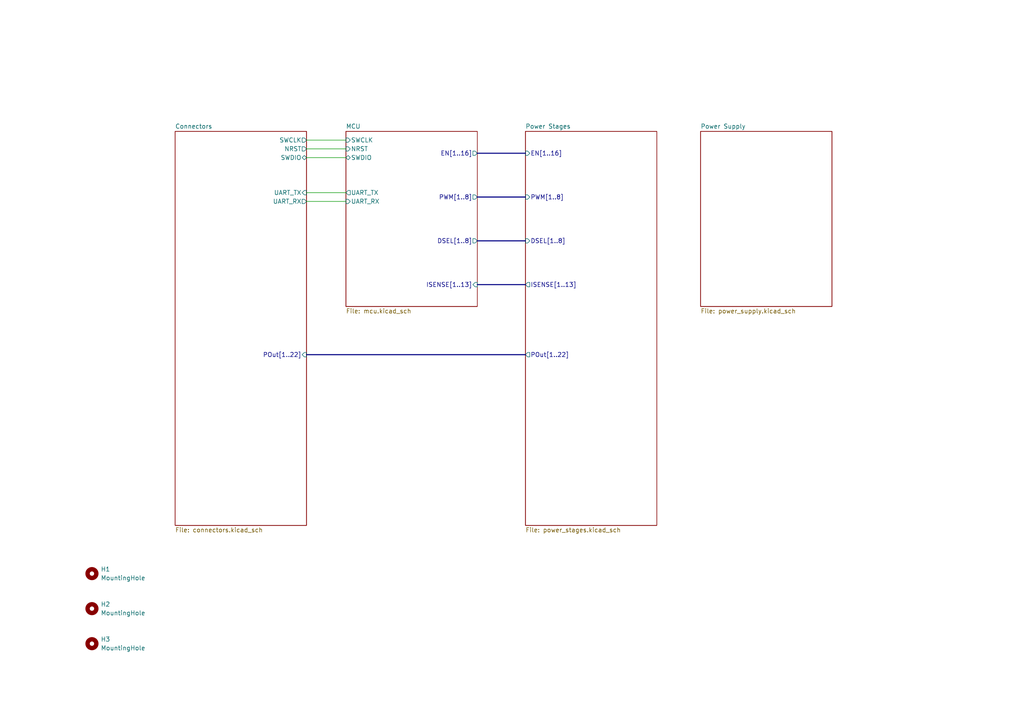
<source format=kicad_sch>
(kicad_sch
	(version 20231120)
	(generator "eeschema")
	(generator_version "8.0")
	(uuid "cba93115-b7ba-40c8-a438-b74eea4adf4d")
	(paper "A4")
	(title_block
		(title "PDU FT24")
		(company "Nived Jayaprakash Nambiar ")
		(comment 1 "FasTTUBe Electronics")
	)
	(lib_symbols
		(symbol "Mechanical:MountingHole"
			(pin_names
				(offset 1.016)
			)
			(exclude_from_sim no)
			(in_bom yes)
			(on_board yes)
			(property "Reference" "H"
				(at 0 5.08 0)
				(effects
					(font
						(size 1.27 1.27)
					)
				)
			)
			(property "Value" "MountingHole"
				(at 0 3.175 0)
				(effects
					(font
						(size 1.27 1.27)
					)
				)
			)
			(property "Footprint" ""
				(at 0 0 0)
				(effects
					(font
						(size 1.27 1.27)
					)
					(hide yes)
				)
			)
			(property "Datasheet" "~"
				(at 0 0 0)
				(effects
					(font
						(size 1.27 1.27)
					)
					(hide yes)
				)
			)
			(property "Description" "Mounting Hole without connection"
				(at 0 0 0)
				(effects
					(font
						(size 1.27 1.27)
					)
					(hide yes)
				)
			)
			(property "ki_keywords" "mounting hole"
				(at 0 0 0)
				(effects
					(font
						(size 1.27 1.27)
					)
					(hide yes)
				)
			)
			(property "ki_fp_filters" "MountingHole*"
				(at 0 0 0)
				(effects
					(font
						(size 1.27 1.27)
					)
					(hide yes)
				)
			)
			(symbol "MountingHole_0_1"
				(circle
					(center 0 0)
					(radius 1.27)
					(stroke
						(width 1.27)
						(type default)
					)
					(fill
						(type none)
					)
				)
			)
		)
	)
	(bus
		(pts
			(xy 138.43 69.85) (xy 152.4 69.85)
		)
		(stroke
			(width 0)
			(type default)
		)
		(uuid "063a10a9-9576-4a89-b6d1-9403bae46512")
	)
	(bus
		(pts
			(xy 138.43 82.55) (xy 152.4 82.55)
		)
		(stroke
			(width 0)
			(type default)
		)
		(uuid "435cab56-4214-4e50-8959-b9ca2bee5006")
	)
	(bus
		(pts
			(xy 138.43 57.15) (xy 152.4 57.15)
		)
		(stroke
			(width 0)
			(type default)
		)
		(uuid "473b7389-24bc-485b-b4dd-b4daa33815e1")
	)
	(wire
		(pts
			(xy 88.9 40.64) (xy 100.33 40.64)
		)
		(stroke
			(width 0)
			(type default)
		)
		(uuid "507f7f3e-fd65-422f-aaf1-c34c7b7a5b87")
	)
	(wire
		(pts
			(xy 88.9 58.42) (xy 100.33 58.42)
		)
		(stroke
			(width 0)
			(type default)
		)
		(uuid "51ff8d03-5b48-4fa0-ba11-86a1465ca559")
	)
	(wire
		(pts
			(xy 100.33 43.18) (xy 88.9 43.18)
		)
		(stroke
			(width 0)
			(type default)
		)
		(uuid "5471687a-1f29-4dab-9e46-11bfa236c946")
	)
	(wire
		(pts
			(xy 88.9 55.88) (xy 100.33 55.88)
		)
		(stroke
			(width 0)
			(type default)
		)
		(uuid "63acda78-d690-45fc-a69a-127e402f267b")
	)
	(bus
		(pts
			(xy 138.43 44.45) (xy 152.4 44.45)
		)
		(stroke
			(width 0)
			(type default)
		)
		(uuid "6eff34a7-f348-4322-82e2-e9895729b192")
	)
	(bus
		(pts
			(xy 88.9 102.87) (xy 152.4 102.87)
		)
		(stroke
			(width 0)
			(type default)
		)
		(uuid "b45712e3-77fe-4719-90ea-d2b5be12a235")
	)
	(wire
		(pts
			(xy 88.9 45.72) (xy 100.33 45.72)
		)
		(stroke
			(width 0)
			(type default)
		)
		(uuid "d58e6e9e-2d3f-4ad2-97a9-211c47761e7b")
	)
	(symbol
		(lib_id "Mechanical:MountingHole")
		(at 26.67 176.53 0)
		(unit 1)
		(exclude_from_sim no)
		(in_bom yes)
		(on_board yes)
		(dnp no)
		(fields_autoplaced yes)
		(uuid "6929e1c0-a923-492c-8fc4-6d825ce6e5ae")
		(property "Reference" "H2"
			(at 29.21 175.2599 0)
			(effects
				(font
					(size 1.27 1.27)
				)
				(justify left)
			)
		)
		(property "Value" "MountingHole"
			(at 29.21 177.7999 0)
			(effects
				(font
					(size 1.27 1.27)
				)
				(justify left)
			)
		)
		(property "Footprint" "MountingHole:MountingHole_4.3mm_M4"
			(at 26.67 176.53 0)
			(effects
				(font
					(size 1.27 1.27)
				)
				(hide yes)
			)
		)
		(property "Datasheet" "~"
			(at 26.67 176.53 0)
			(effects
				(font
					(size 1.27 1.27)
				)
				(hide yes)
			)
		)
		(property "Description" ""
			(at 26.67 176.53 0)
			(effects
				(font
					(size 1.27 1.27)
				)
				(hide yes)
			)
		)
		(instances
			(project "PDU FT24"
				(path "/cba93115-b7ba-40c8-a438-b74eea4adf4d"
					(reference "H2")
					(unit 1)
				)
			)
			(project "PDU_v2"
				(path "/fbc58130-b049-4762-872e-e695cf541692"
					(reference "H2")
					(unit 1)
				)
			)
		)
	)
	(symbol
		(lib_id "Mechanical:MountingHole")
		(at 26.67 186.69 0)
		(unit 1)
		(exclude_from_sim no)
		(in_bom yes)
		(on_board yes)
		(dnp no)
		(fields_autoplaced yes)
		(uuid "ab319ca1-5116-41a4-93e0-7072ffb30b25")
		(property "Reference" "H3"
			(at 29.21 185.4199 0)
			(effects
				(font
					(size 1.27 1.27)
				)
				(justify left)
			)
		)
		(property "Value" "MountingHole"
			(at 29.21 187.9599 0)
			(effects
				(font
					(size 1.27 1.27)
				)
				(justify left)
			)
		)
		(property "Footprint" "MountingHole:MountingHole_4.3mm_M4"
			(at 26.67 186.69 0)
			(effects
				(font
					(size 1.27 1.27)
				)
				(hide yes)
			)
		)
		(property "Datasheet" "~"
			(at 26.67 186.69 0)
			(effects
				(font
					(size 1.27 1.27)
				)
				(hide yes)
			)
		)
		(property "Description" ""
			(at 26.67 186.69 0)
			(effects
				(font
					(size 1.27 1.27)
				)
				(hide yes)
			)
		)
		(instances
			(project "PDU FT24"
				(path "/cba93115-b7ba-40c8-a438-b74eea4adf4d"
					(reference "H3")
					(unit 1)
				)
			)
			(project "PDU_v2"
				(path "/fbc58130-b049-4762-872e-e695cf541692"
					(reference "H3")
					(unit 1)
				)
			)
		)
	)
	(symbol
		(lib_id "Mechanical:MountingHole")
		(at 26.67 166.37 0)
		(unit 1)
		(exclude_from_sim no)
		(in_bom yes)
		(on_board yes)
		(dnp no)
		(fields_autoplaced yes)
		(uuid "c9253a4c-811d-4b80-b645-bf80583dc7d6")
		(property "Reference" "H1"
			(at 29.21 165.0999 0)
			(effects
				(font
					(size 1.27 1.27)
				)
				(justify left)
			)
		)
		(property "Value" "MountingHole"
			(at 29.21 167.6399 0)
			(effects
				(font
					(size 1.27 1.27)
				)
				(justify left)
			)
		)
		(property "Footprint" "MountingHole:MountingHole_4.3mm_M4"
			(at 26.67 166.37 0)
			(effects
				(font
					(size 1.27 1.27)
				)
				(hide yes)
			)
		)
		(property "Datasheet" "~"
			(at 26.67 166.37 0)
			(effects
				(font
					(size 1.27 1.27)
				)
				(hide yes)
			)
		)
		(property "Description" ""
			(at 26.67 166.37 0)
			(effects
				(font
					(size 1.27 1.27)
				)
				(hide yes)
			)
		)
		(instances
			(project "PDU FT24"
				(path "/cba93115-b7ba-40c8-a438-b74eea4adf4d"
					(reference "H1")
					(unit 1)
				)
			)
			(project "PDU_v2"
				(path "/fbc58130-b049-4762-872e-e695cf541692"
					(reference "H1")
					(unit 1)
				)
			)
		)
	)
	(sheet
		(at 100.33 38.1)
		(size 38.1 50.8)
		(fields_autoplaced yes)
		(stroke
			(width 0.1524)
			(type solid)
		)
		(fill
			(color 0 0 0 0.0000)
		)
		(uuid "10dbcd3d-c2df-41dc-832d-4c9bd84254e3")
		(property "Sheetname" "MCU"
			(at 100.33 37.3884 0)
			(effects
				(font
					(size 1.27 1.27)
				)
				(justify left bottom)
			)
		)
		(property "Sheetfile" "mcu.kicad_sch"
			(at 100.33 89.4846 0)
			(effects
				(font
					(size 1.27 1.27)
				)
				(justify left top)
			)
		)
		(pin "ISENSE[1..13]" input
			(at 138.43 82.55 0)
			(effects
				(font
					(size 1.27 1.27)
				)
				(justify right)
			)
			(uuid "bdaa9758-53d4-4365-9e9e-581327981861")
		)
		(pin "EN[1..16]" output
			(at 138.43 44.45 0)
			(effects
				(font
					(size 1.27 1.27)
				)
				(justify right)
			)
			(uuid "0133f868-2ac0-47c9-aa00-dd14ecd2c157")
		)
		(pin "DSEL[1..8]" output
			(at 138.43 69.85 0)
			(effects
				(font
					(size 1.27 1.27)
				)
				(justify right)
			)
			(uuid "ae8bd061-08bc-4092-a8f7-6fae4ed0af7e")
		)
		(pin "SWCLK" input
			(at 100.33 40.64 180)
			(effects
				(font
					(size 1.27 1.27)
				)
				(justify left)
			)
			(uuid "2120be5b-b604-4145-bbab-38df7342d3f1")
		)
		(pin "SWDIO" bidirectional
			(at 100.33 45.72 180)
			(effects
				(font
					(size 1.27 1.27)
				)
				(justify left)
			)
			(uuid "f663e966-69c8-4dcb-934e-1095f9ab43ee")
		)
		(pin "NRST" input
			(at 100.33 43.18 180)
			(effects
				(font
					(size 1.27 1.27)
				)
				(justify left)
			)
			(uuid "c8fcc890-b8da-4ca2-948f-6f4a6370e916")
		)
		(pin "UART_TX" output
			(at 100.33 55.88 180)
			(effects
				(font
					(size 1.27 1.27)
				)
				(justify left)
			)
			(uuid "cefc1313-a142-4848-aed1-2ef789e9abe8")
		)
		(pin "UART_RX" input
			(at 100.33 58.42 180)
			(effects
				(font
					(size 1.27 1.27)
				)
				(justify left)
			)
			(uuid "6ec31f79-7ca4-42c1-a02d-f4a709aafea8")
		)
		(pin "PWM[1..8]" output
			(at 138.43 57.15 0)
			(effects
				(font
					(size 1.27 1.27)
				)
				(justify right)
			)
			(uuid "51d30603-e867-4c64-92ed-8dcde83683be")
		)
		(instances
			(project "PDU FT24"
				(path "/cba93115-b7ba-40c8-a438-b74eea4adf4d"
					(page "3")
				)
			)
		)
	)
	(sheet
		(at 203.2 38.1)
		(size 38.1 50.8)
		(fields_autoplaced yes)
		(stroke
			(width 0.1524)
			(type solid)
		)
		(fill
			(color 0 0 0 0.0000)
		)
		(uuid "27ff76aa-7f65-49fe-8358-3575a2f29ca5")
		(property "Sheetname" "Power Supply"
			(at 203.2 37.3884 0)
			(effects
				(font
					(size 1.27 1.27)
				)
				(justify left bottom)
			)
		)
		(property "Sheetfile" "power_supply.kicad_sch"
			(at 203.2 89.4846 0)
			(effects
				(font
					(size 1.27 1.27)
				)
				(justify left top)
			)
		)
		(instances
			(project "PDU FT24"
				(path "/cba93115-b7ba-40c8-a438-b74eea4adf4d"
					(page "5")
				)
			)
		)
	)
	(sheet
		(at 50.8 38.1)
		(size 38.1 114.3)
		(fields_autoplaced yes)
		(stroke
			(width 0.1524)
			(type solid)
		)
		(fill
			(color 0 0 0 0.0000)
		)
		(uuid "4e25c724-8f65-40d5-9aed-21011dd956f3")
		(property "Sheetname" "Connectors"
			(at 50.8 37.3884 0)
			(effects
				(font
					(size 1.27 1.27)
				)
				(justify left bottom)
			)
		)
		(property "Sheetfile" "connectors.kicad_sch"
			(at 50.8 152.9846 0)
			(effects
				(font
					(size 1.27 1.27)
				)
				(justify left top)
			)
		)
		(pin "POut[1..22]" input
			(at 88.9 102.87 0)
			(effects
				(font
					(size 1.27 1.27)
				)
				(justify right)
			)
			(uuid "3eaf9ce3-91f5-443d-b06d-51b38e7c5afb")
		)
		(pin "UART_RX" output
			(at 88.9 58.42 0)
			(effects
				(font
					(size 1.27 1.27)
				)
				(justify right)
			)
			(uuid "f023676e-7492-4870-be4d-4810821d7a0f")
		)
		(pin "UART_TX" input
			(at 88.9 55.88 0)
			(effects
				(font
					(size 1.27 1.27)
				)
				(justify right)
			)
			(uuid "2d8f3848-df94-442e-8236-dba438a490d6")
		)
		(pin "NRST" output
			(at 88.9 43.18 0)
			(effects
				(font
					(size 1.27 1.27)
				)
				(justify right)
			)
			(uuid "c0ed8b97-1bbc-4927-b155-6cba77d051be")
		)
		(pin "SWDIO" bidirectional
			(at 88.9 45.72 0)
			(effects
				(font
					(size 1.27 1.27)
				)
				(justify right)
			)
			(uuid "a4695ac7-1b68-4beb-8b46-fbf4c8682206")
		)
		(pin "SWCLK" output
			(at 88.9 40.64 0)
			(effects
				(font
					(size 1.27 1.27)
				)
				(justify right)
			)
			(uuid "a4f68579-1da7-486b-86d5-ef36bf410523")
		)
		(instances
			(project "PDU FT24"
				(path "/cba93115-b7ba-40c8-a438-b74eea4adf4d"
					(page "2")
				)
			)
		)
	)
	(sheet
		(at 152.4 38.1)
		(size 38.1 114.3)
		(fields_autoplaced yes)
		(stroke
			(width 0.1524)
			(type solid)
		)
		(fill
			(color 0 0 0 0.0000)
		)
		(uuid "fc136761-7437-4777-9313-169871d18382")
		(property "Sheetname" "Power Stages"
			(at 152.4 37.3884 0)
			(effects
				(font
					(size 1.27 1.27)
				)
				(justify left bottom)
			)
		)
		(property "Sheetfile" "power_stages.kicad_sch"
			(at 152.4 152.9846 0)
			(effects
				(font
					(size 1.27 1.27)
				)
				(justify left top)
			)
		)
		(pin "EN[1..16]" input
			(at 152.4 44.45 180)
			(effects
				(font
					(size 1.27 1.27)
				)
				(justify left)
			)
			(uuid "4013975f-7048-4441-a42f-bae18de10213")
		)
		(pin "DSEL[1..8]" input
			(at 152.4 69.85 180)
			(effects
				(font
					(size 1.27 1.27)
				)
				(justify left)
			)
			(uuid "7fc39af5-c50b-421b-b1d9-63f9f5b95995")
		)
		(pin "ISENSE[1..13]" output
			(at 152.4 82.55 180)
			(effects
				(font
					(size 1.27 1.27)
				)
				(justify left)
			)
			(uuid "6ca6fc28-dca9-47a5-99d5-de680113f1e7")
		)
		(pin "POut[1..22]" output
			(at 152.4 102.87 180)
			(effects
				(font
					(size 1.27 1.27)
				)
				(justify left)
			)
			(uuid "1a6e48e6-94c9-4323-a4d4-13e753b3a472")
		)
		(pin "PWM[1..8]" input
			(at 152.4 57.15 180)
			(effects
				(font
					(size 1.27 1.27)
				)
				(justify left)
			)
			(uuid "da2852f4-023a-433a-aee8-95b49343c7d7")
		)
		(instances
			(project "PDU FT24"
				(path "/cba93115-b7ba-40c8-a438-b74eea4adf4d"
					(page "4")
				)
			)
		)
	)
	(sheet_instances
		(path "/"
			(page "1")
		)
	)
)
</source>
